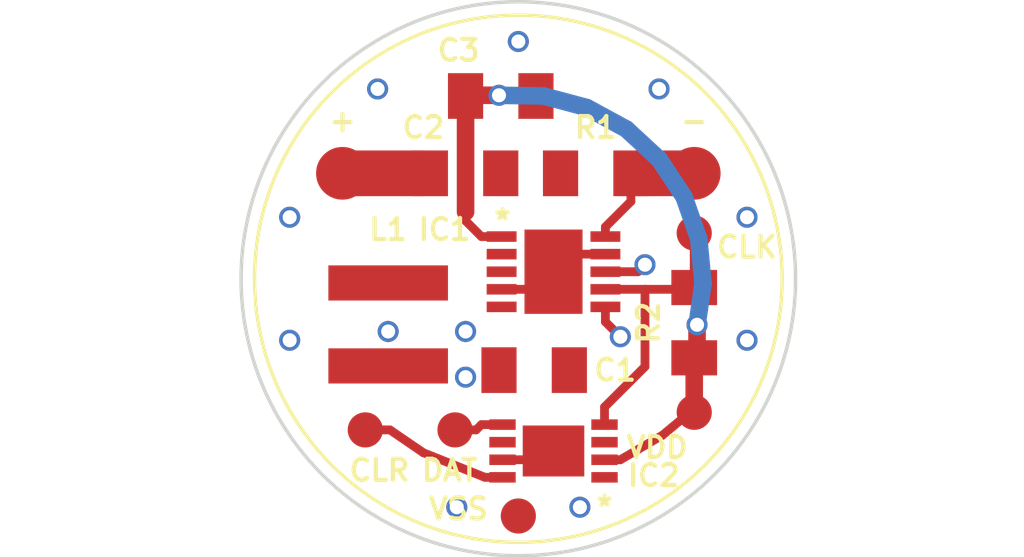
<source format=kicad_pcb>
(kicad_pcb (version 4) (host pcbnew 4.0.5)

  (general
    (links 40)
    (no_connects 25)
    (area 135.185715 92.068999 164.464286 107.931001)
    (thickness 1.6)
    (drawings 4)
    (tracks 50)
    (zones 0)
    (modules 29)
    (nets 10)
  )

  (page A4)
  (layers
    (0 F.Cu signal)
    (31 B.Cu signal hide)
    (32 B.Adhes user)
    (33 F.Adhes user)
    (34 B.Paste user)
    (35 F.Paste user)
    (36 B.SilkS user)
    (37 F.SilkS user)
    (38 B.Mask user hide)
    (39 F.Mask user)
    (40 Dwgs.User user)
    (41 Cmts.User user)
    (42 Eco1.User user)
    (43 Eco2.User user)
    (44 Edge.Cuts user)
    (45 Margin user)
    (46 B.CrtYd user)
    (47 F.CrtYd user)
    (48 B.Fab user)
    (49 F.Fab user)
  )

  (setup
    (last_trace_width 0.25)
    (user_trace_width 0.5)
    (user_trace_width 1.3)
    (trace_clearance 0.2)
    (zone_clearance 0.1)
    (zone_45_only no)
    (trace_min 0.2)
    (segment_width 0.1)
    (edge_width 0.1)
    (via_size 0.6)
    (via_drill 0.4)
    (via_min_size 0.4)
    (via_min_drill 0.3)
    (uvia_size 0.3)
    (uvia_drill 0.1)
    (uvias_allowed no)
    (uvia_min_size 0.2)
    (uvia_min_drill 0.1)
    (pcb_text_width 0.3)
    (pcb_text_size 1.5 1.5)
    (mod_edge_width 0.1)
    (mod_text_size 1 1)
    (mod_text_width 0.1)
    (pad_size 0.8 0.8)
    (pad_drill 0.8)
    (pad_to_mask_clearance 0.2)
    (aux_axis_origin 0 0)
    (visible_elements 7FFFFFFF)
    (pcbplotparams
      (layerselection 0x01030_80000001)
      (usegerberextensions false)
      (excludeedgelayer true)
      (linewidth 0.100000)
      (plotframeref false)
      (viasonmask false)
      (mode 1)
      (useauxorigin false)
      (hpglpennumber 1)
      (hpglpenspeed 20)
      (hpglpendiameter 15)
      (hpglpenoverlay 2)
      (psnegative false)
      (psa4output false)
      (plotreference true)
      (plotvalue true)
      (plotinvisibletext false)
      (padsonsilk false)
      (subtractmaskfromsilk false)
      (outputformat 1)
      (mirror false)
      (drillshape 0)
      (scaleselection 1)
      (outputdirectory output/))
  )

  (net 0 "")
  (net 1 SUPPLY)
  (net 2 GND)
  (net 3 N$3)
  (net 4 N$1)
  (net 5 N$2)
  (net 6 N$4)
  (net 7 N$5)
  (net 8 N$6)
  (net 9 N$7)

  (net_class Default "This is the default net class."
    (clearance 0.2)
    (trace_width 0.25)
    (via_dia 0.6)
    (via_drill 0.4)
    (uvia_dia 0.3)
    (uvia_drill 0.1)
    (add_net GND)
    (add_net N$1)
    (add_net N$2)
    (add_net N$3)
    (add_net N$4)
    (add_net N$5)
    (add_net N$6)
    (add_net N$7)
    (add_net SUPPLY)
  )

  (module modules:VIA-0.6mm (layer F.Cu) (tedit 58BB3F81) (tstamp 58BB3FDA)
    (at 148.5 101.5)
    (fp_text reference VIA1 (at 0 0) (layer F.SilkS)
      (effects (font (size 0.1 0.1) (thickness 0.01)))
    )
    (fp_text value VIA (at 0 -0.2) (layer F.Fab)
      (effects (font (size 0.1 0.1) (thickness 0.01)))
    )
    (pad 1 thru_hole circle (at 0 0) (size 0.6 0.6) (drill 0.4) (layers *.Cu)
      (net 1 SUPPLY) (zone_connect 2))
  )

  (module modules:VIA-0.6mm (layer F.Cu) (tedit 58BB3F81) (tstamp 58BB3FCC)
    (at 148.5 102.8)
    (fp_text reference VIA2 (at 0 0) (layer F.SilkS)
      (effects (font (size 0.1 0.1) (thickness 0.01)))
    )
    (fp_text value VIA (at 0 -0.2) (layer F.Fab)
      (effects (font (size 0.1 0.1) (thickness 0.01)))
    )
    (pad 1 thru_hole circle (at 0 0) (size 0.6 0.6) (drill 0.4) (layers *.Cu)
      (net 1 SUPPLY) (zone_connect 2))
  )

  (module modules:VIA-0.6mm (layer F.Cu) (tedit 58BBE9A5) (tstamp 58BB3F71)
    (at 146.3 101.5)
    (fp_text reference VIA3 (at 0 0) (layer F.SilkS) hide
      (effects (font (size 0.127 0.127) (thickness 0.01)))
    )
    (fp_text value VIA (at 0 -0.2) (layer F.Fab)
      (effects (font (size 0.1 0.1) (thickness 0.01)))
    )
    (pad 1 thru_hole circle (at 0 0) (size 0.6 0.6) (drill 0.4) (layers *.Cu)
      (net 1 SUPPLY) (zone_connect 2))
  )

  (module modules:0805 (layer F.Cu) (tedit 58BB5108) (tstamp 58B9D0C3)
    (at 150.45 102.6)
    (fp_text reference C1 (at 2.3 0) (layer F.SilkS)
      (effects (font (size 0.6 0.6) (thickness 0.12)))
    )
    (fp_text value 10u (at -0.8 0) (layer F.Fab)
      (effects (font (size 0.6 0.6) (thickness 0.12)))
    )
    (pad 1 smd rect (at -1 0) (size 1 1.3) (layers F.Cu F.Paste F.Mask)
      (net 1 SUPPLY))
    (pad 2 smd rect (at 1 0) (size 1 1.3) (layers F.Cu F.Paste F.Mask)
      (net 2 GND))
  )

  (module modules:0805 (layer F.Cu) (tedit 58BB50F4) (tstamp 58B9D125)
    (at 155 101.25 270)
    (fp_text reference R2 (at 0 1.3 270) (layer F.SilkS)
      (effects (font (size 0.6 0.6) (thickness 0.12)))
    )
    (fp_text value 10k (at -1.2 0 270) (layer F.Fab)
      (effects (font (size 0.6 0.6) (thickness 0.12)))
    )
    (pad 1 smd rect (at -1 0 270) (size 1 1.3) (layers F.Cu F.Paste F.Mask)
      (net 6 N$4))
    (pad 2 smd rect (at 1 0 270) (size 1 1.3) (layers F.Cu F.Paste F.Mask)
      (net 3 N$3))
  )

  (module modules:VIA-0.6mm (layer F.Cu) (tedit 58BB0CF2) (tstamp 58BB0D7C)
    (at 148.25 106.5)
    (fp_text reference VIA4 (at 0 0) (layer F.SilkS)
      (effects (font (size 0.1 0.1) (thickness 0.01)))
    )
    (fp_text value VIA (at 0 -0.2) (layer F.Fab)
      (effects (font (size 0.1 0.1) (thickness 0.01)))
    )
    (pad 1 thru_hole circle (at 0 0) (size 0.6 0.6) (drill 0.4) (layers *.Cu)
      (net 2 GND) (zone_connect 2))
  )

  (module modules:VIA-0.6mm (layer F.Cu) (tedit 58BB0CF2) (tstamp 58BB0D64)
    (at 151.75 106.5)
    (fp_text reference VIA5 (at 0 0) (layer F.SilkS)
      (effects (font (size 0.1 0.1) (thickness 0.01)))
    )
    (fp_text value VIA (at 0 -0.2) (layer F.Fab)
      (effects (font (size 0.1 0.1) (thickness 0.01)))
    )
    (pad 1 thru_hole circle (at 0 0) (size 0.6 0.6) (drill 0.4) (layers *.Cu)
      (net 2 GND) (zone_connect 2))
  )

  (module modules:VIA-0.6mm (layer F.Cu) (tedit 58BB0CF2) (tstamp 58BB0D2C)
    (at 156.5 101.75)
    (fp_text reference VIA6 (at 0 0) (layer F.SilkS)
      (effects (font (size 0.1 0.1) (thickness 0.01)))
    )
    (fp_text value VIA (at 0 -0.2) (layer F.Fab)
      (effects (font (size 0.1 0.1) (thickness 0.01)))
    )
    (pad 1 thru_hole circle (at 0 0) (size 0.6 0.6) (drill 0.4) (layers *.Cu)
      (net 2 GND) (zone_connect 2))
  )

  (module modules:VIA-0.6mm (layer F.Cu) (tedit 58BB0CD5) (tstamp 58BB0D0E)
    (at 143.5 101.75)
    (fp_text reference VIA7 (at 0 0) (layer F.SilkS)
      (effects (font (size 0.1 0.1) (thickness 0.01)))
    )
    (fp_text value VIA (at 0 -0.2) (layer F.Fab)
      (effects (font (size 0.1 0.1) (thickness 0.01)))
    )
    (pad 1 thru_hole circle (at 0 0) (size 0.6 0.6) (drill 0.4) (layers *.Cu)
      (net 2 GND) (zone_connect 2))
  )

  (module modules:VIA-0.6mm (layer F.Cu) (tedit 58BB0CF2) (tstamp 58BB0C1A)
    (at 156.5 98.25)
    (fp_text reference VIA8 (at 0 0) (layer F.SilkS)
      (effects (font (size 0.1 0.1) (thickness 0.01)))
    )
    (fp_text value VIA (at 0 -0.2) (layer F.Fab)
      (effects (font (size 0.1 0.1) (thickness 0.01)))
    )
    (pad 1 thru_hole circle (at 0 0) (size 0.6 0.6) (drill 0.4) (layers *.Cu)
      (net 2 GND) (zone_connect 2))
  )

  (module modules:VIA-0.6mm (layer F.Cu) (tedit 58BB0CD5) (tstamp 58BB0BF3)
    (at 143.5 98.25)
    (fp_text reference VIA9 (at 0 0) (layer F.SilkS)
      (effects (font (size 0.1 0.1) (thickness 0.01)))
    )
    (fp_text value VIA (at 0 -0.2) (layer F.Fab)
      (effects (font (size 0.1 0.1) (thickness 0.01)))
    )
    (pad 1 thru_hole circle (at 0 0) (size 0.6 0.6) (drill 0.4) (layers *.Cu)
      (net 2 GND) (zone_connect 2))
  )

  (module modules:VIA-0.6mm (layer F.Cu) (tedit 58BBFAA7) (tstamp 58BB0BE3)
    (at 146 94.6)
    (fp_text reference VIA10 (at 0 0) (layer F.SilkS)
      (effects (font (size 0.1 0.1) (thickness 0.01)))
    )
    (fp_text value VIA (at 0 -0.2) (layer F.Fab)
      (effects (font (size 0.127 0.127) (thickness 0.01)))
    )
    (pad 1 thru_hole circle (at 0 0) (size 0.6 0.6) (drill 0.4) (layers *.Cu)
      (net 2 GND) (zone_connect 2))
  )

  (module modules:VIA-0.6mm (layer F.Cu) (tedit 58BB0CE8) (tstamp 58BB0BB2)
    (at 154 94.6)
    (fp_text reference VIA11 (at 0 0) (layer F.SilkS)
      (effects (font (size 0.1 0.1) (thickness 0.01)))
    )
    (fp_text value VIA (at 0 -0.2) (layer F.Fab)
      (effects (font (size 0.1 0.1) (thickness 0.01)))
    )
    (pad 1 thru_hole circle (at 0 0) (size 0.6 0.6) (drill 0.4) (layers *.Cu)
      (net 2 GND) (zone_connect 2))
  )

  (module modules:VIA-0.6mm (layer F.Cu) (tedit 58BBE9E4) (tstamp 58BB0B53)
    (at 150 93.25)
    (fp_text reference VIA12 (at 0 0) (layer F.SilkS) hide
      (effects (font (size 0.127 0.127) (thickness 0.01)))
    )
    (fp_text value VIA (at 0 -0.2) (layer F.Fab)
      (effects (font (size 0.1 0.1) (thickness 0.01)))
    )
    (pad 1 thru_hole circle (at 0 0) (size 0.6 0.6) (drill 0.4) (layers *.Cu)
      (net 2 GND) (zone_connect 2))
  )

  (module modules:DRILL-0.8mm (layer F.Cu) (tedit 58BBDB23) (tstamp 58BAE2F4)
    (at 145 98.7)
    (fp_text reference "" (at -1.35 -0.65) (layer F.SilkS)
      (effects (font (size 0.6 0.6) (thickness 0.12)))
    )
    (fp_text value DRILL-0.8mm (at -6.5 0) (layer F.Fab)
      (effects (font (size 0.6 0.6) (thickness 0.12)))
    )
    (pad "" np_thru_hole circle (at -0.05 0) (size 0.8 0.8) (drill 0.8) (layers *.Cu))
  )

  (module modules:PAD-1.0mm (layer F.Cu) (tedit 58BBF9B5) (tstamp 58BA9D57)
    (at 150 106.75)
    (fp_text reference VSS (at -1.7 -0.2) (layer F.SilkS)
      (effects (font (size 0.6 0.6) (thickness 0.12)))
    )
    (fp_text value VSS (at 0 0) (layer F.Fab)
      (effects (font (size 0.6 0.6) (thickness 0.12)))
    )
    (pad 1 smd circle (at 0 0) (size 1 1) (layers F.Cu F.Mask)
      (net 2 GND))
  )

  (module modules:DRILL-0.8mm (layer F.Cu) (tedit 58BBDB32) (tstamp 58BA0251)
    (at 153.65 103.75)
    (fp_text reference "" (at -1.35 -0.65) (layer F.SilkS)
      (effects (font (size 0.6 0.6) (thickness 0.12)))
    )
    (fp_text value DRILL-0.8mm (at 7.5 0) (layer F.Fab)
      (effects (font (size 0.6 0.6) (thickness 0.12)))
    )
    (pad "" np_thru_hole circle (at 0 0) (size 0.8 0.8) (drill 0.8) (layers *.Cu))
  )

  (module modules:PAD-1.0mm (layer F.Cu) (tedit 58BA9D1D) (tstamp 58B9EBA7)
    (at 155 103.8)
    (fp_text reference VDD (at -1.05 1) (layer F.SilkS)
      (effects (font (size 0.6 0.6) (thickness 0.12)))
    )
    (fp_text value VDD (at 0 0) (layer F.Fab)
      (effects (font (size 0.6 0.6) (thickness 0.12)))
    )
    (pad 1 smd circle (at 0 0) (size 1 1) (layers F.Cu F.Mask)
      (net 3 N$3))
  )

  (module modules:PAD-1.5mm (layer F.Cu) (tedit 58BA98B1) (tstamp 58B9D5A9)
    (at 155 97)
    (fp_text reference - (at 0 -1.5) (layer F.SilkS)
      (effects (font (size 0.6 0.6) (thickness 0.12)))
    )
    (fp_text value LED- (at 0.3 0) (layer F.Fab)
      (effects (font (size 0.6 0.6) (thickness 0.12)))
    )
    (pad 1 smd circle (at 0 0) (size 1.5 1.5) (layers F.Cu F.Mask)
      (net 7 N$5))
  )

  (module modules:DRC (layer F.Cu) (tedit 58BA998F) (tstamp 58B9D0F2)
    (at 151 99.8 270)
    (fp_text reference IC1 (at -1.2 3.1 360) (layer F.SilkS)
      (effects (font (size 0.6 0.6) (thickness 0.12)))
    )
    (fp_text value TPS61200 (at 0 0 270) (layer F.Fab)
      (effects (font (size 0.6 0.6) (thickness 0.12)))
    )
    (pad 1 smd rect (at -1 1.475 270) (size 0.3 0.85) (layers F.Cu F.Paste F.Mask)
      (net 3 N$3))
    (pad 2 smd rect (at -0.5 1.475 270) (size 0.3 0.85) (layers F.Cu F.Paste F.Mask)
      (net 5 N$2))
    (pad 3 smd rect (at 0 1.475 270) (size 0.3 0.85) (layers F.Cu F.Paste F.Mask)
      (net 4 N$1))
    (pad 4 smd rect (at 0.5 1.475 270) (size 0.3 0.85) (layers F.Cu F.Paste F.Mask)
      (net 2 GND))
    (pad 5 smd rect (at 1 1.475 270) (size 0.3 0.85) (layers F.Cu F.Paste F.Mask)
      (net 1 SUPPLY))
    (pad 6 smd rect (at 1 -1.475 270) (size 0.3 0.85) (layers F.Cu F.Paste F.Mask)
      (net 1 SUPPLY))
    (pad 7 smd rect (at 0.5 -1.475 270) (size 0.3 0.85) (layers F.Cu F.Paste F.Mask)
      (net 6 N$4))
    (pad 8 smd rect (at 0 -1.475 270) (size 0.3 0.85) (layers F.Cu F.Paste F.Mask)
      (net 1 SUPPLY))
    (pad 9 smd rect (at -0.5 -1.475 270) (size 0.3 0.85) (layers F.Cu F.Paste F.Mask)
      (net 2 GND))
    (pad 10 smd rect (at -1 -1.475 270) (size 0.3 0.85) (layers F.Cu F.Paste F.Mask)
      (net 7 N$5))
    (pad 11 smd rect (at 0 0 270) (size 2.4 1.65) (layers F.Cu F.Paste F.Mask)
      (net 2 GND))
  )

  (module modules:MC (layer F.Cu) (tedit 58BAFC91) (tstamp 58B9D0FF)
    (at 151 104.9 90)
    (fp_text reference IC2 (at -0.7 2.85 180) (layer F.SilkS)
      (effects (font (size 0.6 0.6) (thickness 0.12)))
    )
    (fp_text value PIC10F320 (at 0 0 90) (layer F.Fab)
      (effects (font (size 0.6 0.6) (thickness 0.12)))
    )
    (pad 1 smd rect (at -0.75 1.45 90) (size 0.3 0.75) (layers F.Cu F.Paste F.Mask)
      (net 2 GND))
    (pad 2 smd rect (at -0.25 1.45 90) (size 0.3 0.75) (layers F.Cu F.Paste F.Mask)
      (net 3 N$3))
    (pad 3 smd rect (at 0.25 1.45 90) (size 0.3 0.75) (layers F.Cu F.Paste F.Mask))
    (pad 4 smd rect (at 0.75 1.45 90) (size 0.3 0.75) (layers F.Cu F.Paste F.Mask)
      (net 6 N$4))
    (pad 5 smd rect (at 0.75 -1.45 90) (size 0.3 0.75) (layers F.Cu F.Paste F.Mask)
      (net 8 N$6))
    (pad 6 smd rect (at 0.25 -1.45 90) (size 0.3 0.75) (layers F.Cu F.Paste F.Mask))
    (pad 7 smd rect (at -0.25 -1.45 90) (size 0.3 0.75) (layers F.Cu F.Paste F.Mask)
      (net 2 GND))
    (pad 8 smd rect (at -0.75 -1.45 90) (size 0.3 0.75) (layers F.Cu F.Paste F.Mask)
      (net 9 N$7))
    (pad 9 smd rect (at 0 0 90) (size 1.45 1.75) (layers F.Cu F.Paste F.Mask)
      (net 2 GND))
  )

  (module modules:PAD-1.5mm (layer F.Cu) (tedit 58BABD28) (tstamp 58B9D5A2)
    (at 145 97)
    (fp_text reference + (at 0 -1.5) (layer F.SilkS)
      (effects (font (size 0.6 0.6) (thickness 0.12)))
    )
    (fp_text value +LED (at -0.3 0) (layer F.Fab)
      (effects (font (size 0.6 0.6) (thickness 0.12)))
    )
    (pad 1 smd circle (at 0 0) (size 1.5 1.5) (layers F.Cu F.Mask)
      (net 5 N$2))
  )

  (module modules:PAD-1.0mm (layer F.Cu) (tedit 58BAF8D7) (tstamp 58B9E0BE)
    (at 155 98.7)
    (fp_text reference CLK (at 1.5 0.4 180) (layer F.SilkS)
      (effects (font (size 0.6 0.6) (thickness 0.12)))
    )
    (fp_text value PCLK (at 0 0) (layer F.Fab)
      (effects (font (size 0.6 0.6) (thickness 0.12)))
    )
    (pad 1 smd circle (at 0 0) (size 1 1) (layers F.Cu F.Mask)
      (net 6 N$4))
  )

  (module modules:PAD-1.0mm (layer F.Cu) (tedit 58BA9872) (tstamp 58B9E0D8)
    (at 148.2 104.3)
    (fp_text reference DAT (at -0.15 1.15) (layer F.SilkS)
      (effects (font (size 0.6 0.6) (thickness 0.12)))
    )
    (fp_text value PDAT (at 0.05 0) (layer F.Fab)
      (effects (font (size 0.6 0.6) (thickness 0.12)))
    )
    (pad 1 smd circle (at 0 0) (size 1 1) (layers F.Cu F.Mask)
      (net 8 N$6))
  )

  (module modules:PAD-1.0mm (layer F.Cu) (tedit 58BA987D) (tstamp 58B9E0E6)
    (at 145.65 104.3)
    (fp_text reference CLR (at 0.4 1.15) (layer F.SilkS)
      (effects (font (size 0.6 0.6) (thickness 0.12)))
    )
    (fp_text value MCLR (at 0 0) (layer F.Fab)
      (effects (font (size 0.6 0.6) (thickness 0.12)))
    )
    (pad 1 smd circle (at 0 0) (size 1 1) (layers F.Cu F.Mask)
      (net 9 N$7))
  )

  (module modules:0805 (layer F.Cu) (tedit 58BB512E) (tstamp 58B9D115)
    (at 152.2 97 180)
    (fp_text reference R1 (at 0 1.3 180) (layer F.SilkS)
      (effects (font (size 0.6 0.6) (thickness 0.12)))
    )
    (fp_text value 2 (at 1 0 180) (layer F.Fab)
      (effects (font (size 0.6 0.6) (thickness 0.12)))
    )
    (pad 1 smd rect (at -1 0 180) (size 1 1.3) (layers F.Cu F.Paste F.Mask)
      (net 7 N$5))
    (pad 2 smd rect (at 1 0 180) (size 1 1.3) (layers F.Cu F.Paste F.Mask)
      (net 2 GND))
  )

  (module modules:0805 (layer F.Cu) (tedit 58BB511F) (tstamp 58B9D0D3)
    (at 148.5 97)
    (fp_text reference C2 (at -1.2 -1.3) (layer F.SilkS)
      (effects (font (size 0.6 0.6) (thickness 0.12)))
    )
    (fp_text value 22u (at -0.8 0) (layer F.Fab)
      (effects (font (size 0.6 0.6) (thickness 0.12)))
    )
    (pad 1 smd rect (at -1 0) (size 1 1.3) (layers F.Cu F.Paste F.Mask)
      (net 5 N$2))
    (pad 2 smd rect (at 1 0) (size 1 1.3) (layers F.Cu F.Paste F.Mask)
      (net 2 GND))
  )

  (module modules:0805 (layer F.Cu) (tedit 58BB3AD6) (tstamp 58B9D0E3)
    (at 149.5 94.8)
    (fp_text reference C3 (at -1.2 -1.3) (layer F.SilkS)
      (effects (font (size 0.6 0.6) (thickness 0.12)))
    )
    (fp_text value 1u (at -1 0) (layer F.Fab)
      (effects (font (size 0.6 0.6) (thickness 0.12)))
    )
    (pad 1 smd rect (at -1 0) (size 1 1.3) (layers F.Cu F.Paste F.Mask)
      (net 3 N$3))
    (pad 2 smd rect (at 1 0) (size 1 1.3) (layers F.Cu F.Paste F.Mask)
      (net 2 GND))
  )

  (module modules:XFL4020 (layer F.Cu) (tedit 0) (tstamp 58BBFB06)
    (at 146.3 101.3 90)
    (fp_text reference L1 (at 2.7 0 180) (layer F.SilkS)
      (effects (font (size 0.6 0.6) (thickness 0.12)))
    )
    (fp_text value 2.2u (at 0 1.1 180) (layer F.Fab)
      (effects (font (size 0.6 0.6) (thickness 0.12)))
    )
    (pad 2 smd rect (at 1.18 0 90) (size 1 3.4) (layers F.Cu F.Paste F.Mask)
      (net 4 N$1))
    (pad 1 smd rect (at -1.18 0 90) (size 1 3.4) (layers F.Cu F.Paste F.Mask)
      (net 1 SUPPLY))
  )

  (gr_text * (at 149.55 98.35) (layer F.SilkS)
    (effects (font (size 0.6 0.6) (thickness 0.12)))
  )
  (gr_text * (at 152.45 106.5) (layer F.SilkS)
    (effects (font (size 0.6 0.6) (thickness 0.12)))
  )
  (gr_circle (center 150 100) (end 157.881 100) (layer Edge.Cuts) (width 0.1))
  (gr_circle (center 150 100) (end 157.5 100) (layer F.SilkS) (width 0.1))

  (segment (start 152.475 100.8) (end 152.475 101.225) (width 0.25) (layer F.Cu) (net 1))
  (via (at 152.9 101.65) (size 0.6) (drill 0.4) (layers F.Cu B.Cu) (net 1))
  (segment (start 152.475 101.225) (end 152.9 101.65) (width 0.25) (layer F.Cu) (net 1) (tstamp 58B9FC93))
  (segment (start 152.475 99.8) (end 153.4 99.8) (width 0.25) (layer F.Cu) (net 1))
  (via (at 153.6 99.6) (size 0.6) (drill 0.4) (layers F.Cu B.Cu) (net 1))
  (segment (start 153.4 99.8) (end 153.6 99.6) (width 0.25) (layer F.Cu) (net 1) (tstamp 58B9EE98))
  (segment (start 149.55 105.15) (end 150.75 105.15) (width 0.25) (layer F.Cu) (net 2))
  (segment (start 150.75 105.15) (end 151 104.9) (width 0.25) (layer F.Cu) (net 2) (tstamp 58B9FA1E))
  (segment (start 152.475 99.3) (end 151.5 99.3) (width 0.25) (layer F.Cu) (net 2))
  (segment (start 151.5 99.3) (end 151 99.8) (width 0.25) (layer F.Cu) (net 2) (tstamp 58B9F00E))
  (segment (start 149.525 100.3) (end 150.5 100.3) (width 0.25) (layer F.Cu) (net 2))
  (segment (start 150.5 100.3) (end 151 99.8) (width 0.25) (layer F.Cu) (net 2) (tstamp 58B9F009))
  (segment (start 148.5 98.35) (end 148.5 98.1) (width 0.25) (layer F.Cu) (net 3) (tstamp 58B9F47A))
  (segment (start 148.5 98.1) (end 148.5 94.8) (width 0.5) (layer F.Cu) (net 3) (tstamp 58BAB455))
  (segment (start 148.95 98.8) (end 148.5 98.35) (width 0.25) (layer F.Cu) (net 3) (tstamp 58B9F457))
  (segment (start 149.525 98.8) (end 148.95 98.8) (width 0.25) (layer F.Cu) (net 3))
  (segment (start 155.08 101.31) (end 155.08 102.17) (width 0.5) (layer F.Cu) (net 3))
  (segment (start 149.45 94.78) (end 148.52 94.78) (width 0.5) (layer F.Cu) (net 3))
  (segment (start 155.25 100.14) (end 155.08 101.31) (width 0.5) (layer B.Cu) (net 3))
  (via (at 155.08 101.31) (size 0.6) (drill 0.4) (layers F.Cu B.Cu) (net 3))
  (via (at 149.45 94.78) (size 0.6) (drill 0.4) (layers F.Cu B.Cu) (net 3))
  (segment (start 149.45 94.78) (end 150.72 94.8) (width 0.5) (layer B.Cu) (net 3))
  (segment (start 150.72 94.8) (end 151.95 95.13) (width 0.5) (layer B.Cu) (net 3))
  (segment (start 151.95 95.13) (end 153.07 95.74) (width 0.5) (layer B.Cu) (net 3))
  (segment (start 153.07 95.74) (end 154.01 96.61) (width 0.5) (layer B.Cu) (net 3))
  (segment (start 154.01 96.61) (end 154.71 97.67) (width 0.5) (layer B.Cu) (net 3))
  (segment (start 154.71 97.67) (end 155.13 98.87) (width 0.5) (layer B.Cu) (net 3))
  (segment (start 155.13 98.87) (end 155.25 100.14) (width 0.5) (layer B.Cu) (net 3))
  (segment (start 155 103.7) (end 155 102.2) (width 0.5) (layer F.Cu) (net 3) (status 10))
  (segment (start 152.45 105.15) (end 152.9 105.15) (width 0.25) (layer F.Cu) (net 3))
  (segment (start 152.9 105.15) (end 154.1 104.45) (width 0.25) (layer F.Cu) (net 3) (tstamp 58BA10F8))
  (segment (start 154.1 104.45) (end 155 103.7) (width 0.25) (layer F.Cu) (net 3) (tstamp 58BA072B) (status 20))
  (segment (start 147.25 97) (end 145 97) (width 1.3) (layer F.Cu) (net 5))
  (segment (start 155 98.7) (end 155 100.3) (width 0.25) (layer F.Cu) (net 6) (status 10))
  (segment (start 153.6 102.5) (end 153.6 100.3) (width 0.25) (layer F.Cu) (net 6) (tstamp 58BA02C1))
  (segment (start 152.45 103.65) (end 153.6 102.5) (width 0.25) (layer F.Cu) (net 6) (tstamp 58BA02AC))
  (segment (start 152.45 104.15) (end 152.45 103.65) (width 0.25) (layer F.Cu) (net 6))
  (segment (start 152.475 100.3) (end 153.6 100.3) (width 0.25) (layer F.Cu) (net 6))
  (segment (start 153.6 100.3) (end 155 100.3) (width 0.25) (layer F.Cu) (net 6) (tstamp 58B9EFD7))
  (segment (start 152.475 98.8) (end 152.475 98.525) (width 0.25) (layer F.Cu) (net 7))
  (segment (start 153.2 97.8) (end 153.2 97) (width 0.25) (layer F.Cu) (net 7) (tstamp 58BB471E))
  (segment (start 152.475 98.525) (end 153.2 97.8) (width 0.25) (layer F.Cu) (net 7) (tstamp 58BB4716))
  (segment (start 153.4 97) (end 155 97) (width 1.3) (layer F.Cu) (net 7))
  (segment (start 148.2 104.3) (end 148.8 104.3) (width 0.25) (layer F.Cu) (net 8))
  (segment (start 148.8 104.3) (end 148.95 104.15) (width 0.25) (layer F.Cu) (net 8) (tstamp 58BA090B))
  (segment (start 148.95 104.15) (end 149.55 104.15) (width 0.25) (layer F.Cu) (net 8) (tstamp 58BA0919))
  (segment (start 149.55 105.65) (end 149.05 105.65) (width 0.25) (layer F.Cu) (net 9))
  (segment (start 147.3 104.95) (end 146.35 104.3) (width 0.25) (layer F.Cu) (net 9) (tstamp 58BA11B6))
  (segment (start 146.35 104.3) (end 145.65 104.3) (width 0.25) (layer F.Cu) (net 9) (tstamp 58BA11D9) (status 20))
  (segment (start 149.05 105.65) (end 147.3 104.95) (width 0.25) (layer F.Cu) (net 9) (tstamp 58BA11B4))

  (zone (net 1) (net_name SUPPLY) (layer B.Cu) (tstamp 58B6BC33) (hatch edge 0.508)
    (connect_pads yes (clearance 0.1))
    (min_thickness 0.12)
    (fill (arc_segments 16) (thermal_gap 0.2) (thermal_bridge_width 0.2))
    (polygon
      (pts
        (xy 154.5 100) (xy 154.42 100.85) (xy 154.18 101.67) (xy 153.79 102.43) (xy 153.26 103.11)
        (xy 152.61 103.67) (xy 151.87 104.09) (xy 151.06 104.37) (xy 150.21 104.49) (xy 149.36 104.45)
        (xy 148.53 104.25) (xy 147.75 103.9) (xy 147.05 103.4) (xy 146.46 102.78) (xy 146 102.06)
        (xy 145.68 101.27) (xy 145.52 100.43) (xy 145.52 99.57) (xy 145.68 98.73) (xy 146 97.94)
        (xy 146.46 97.22) (xy 147.05 96.6) (xy 147.75 96.1) (xy 148.53 95.75) (xy 149.36 95.55)
        (xy 150.21 95.51) (xy 151.06 95.63) (xy 151.87 95.91) (xy 152.61 96.33) (xy 153.26 96.89)
        (xy 153.79 97.57) (xy 154.18 98.33) (xy 154.42 99.15)
      )
    )
  )
  (zone (net 2) (net_name GND) (layer B.Cu) (tstamp 58B6D337) (hatch edge 0.508)
    (connect_pads yes (clearance 0.1))
    (min_thickness 0.12)
    (fill (arc_segments 16) (thermal_gap 0.2) (thermal_bridge_width 0.2))
    (polygon
      (pts
        (xy 156.96 102.79) (xy 156.31 104.05) (xy 155.43 105.18) (xy 154.35 106.11) (xy 153.12 106.82)
        (xy 151.77 107.29) (xy 150.36 107.49) (xy 148.93 107.42) (xy 147.55 107.09) (xy 146.25 106.5)
        (xy 145.09 105.67) (xy 144.1 104.64) (xy 143.33 103.44) (xy 142.8 102.11) (xy 142.53 100.71)
        (xy 142.53 99.29) (xy 142.8 97.89) (xy 143.33 96.56) (xy 144.1 95.36) (xy 145.09 94.33)
        (xy 146.25 93.5) (xy 147.55 92.91) (xy 148.93 92.58) (xy 150.36 92.51) (xy 151.77 92.71)
        (xy 153.12 93.18) (xy 154.35 93.89) (xy 155.43 94.82) (xy 156.31 95.95) (xy 156.96 97.21)
        (xy 157.36 98.58) (xy 157.5 100) (xy 157.36 101.42)
      )
    )
    (polygon
      (pts        (xy 155.57 97.77) (xy 155.05 96.76) (xy 154.34 95.86) (xy 153.48 95.11) (xy 152.49 94.54)
        (xy 151.41 94.17) (xy 150.29 94.01) (xy 149.15 94.06) (xy 148.04 94.33) (xy 147 94.8)
        (xy 146.07 95.47) (xy 145.28 96.29) (xy 144.67 97.25) (xy 144.24 98.31) (xy 144.03 99.43)
        (xy 144.03 100.57) (xy 144.24 101.69) (xy 144.67 102.75) (xy 145.28 103.71) (xy 146.07 104.53)
        (xy 147 105.2) (xy 148.04 105.67) (xy 149.15 105.94) (xy 150.29 105.99) (xy 151.41 105.83)
        (xy 152.49 105.46) (xy 153.48 104.89) (xy 154.34 104.14) (xy 155.05 103.24) (xy 155.57 102.23)
        (xy 155.89 101.14) (xy 156 100) (xy 155.89 98.86)
      )
    )
  )
  (zone (net 0) (net_name "") (layer B.Mask) (tstamp 58B74A44) (hatch edge 0.508)
    (connect_pads yes (clearance 0.1))
    (min_thickness 0.12)
    (fill (arc_segments 16) (thermal_gap 0.2) (thermal_bridge_width 0.2))
    (polygon
      (pts
        (xy 156.96 102.79) (xy 156.31 104.05) (xy 155.43 105.18) (xy 154.35 106.11) (xy 153.12 106.82)
        (xy 151.77 107.29) (xy 150.36 107.49) (xy 148.93 107.42) (xy 147.55 107.09) (xy 146.25 106.5)
        (xy 145.09 105.67) (xy 144.1 104.64) (xy 143.33 103.44) (xy 142.8 102.11) (xy 142.53 100.71)
        (xy 142.53 99.29) (xy 142.8 97.89) (xy 143.33 96.56) (xy 144.1 95.36) (xy 145.09 94.33)
        (xy 146.25 93.5) (xy 147.55 92.91) (xy 148.93 92.58) (xy 150.36 92.51) (xy 151.77 92.71)
        (xy 153.12 93.18) (xy 154.35 93.89) (xy 155.43 94.82) (xy 156.31 95.95) (xy 156.96 97.21)
        (xy 157.36 98.58) (xy 157.5 100) (xy 157.36 101.42)
      )
    )
    (polygon
      (pts        (xy 155.57 97.77) (xy 155.05 96.76) (xy 154.34 95.86) (xy 153.48 95.11) (xy 152.49 94.54)
        (xy 151.41 94.17) (xy 150.29 94.01) (xy 149.15 94.06) (xy 148.04 94.33) (xy 147 94.8)
        (xy 146.07 95.47) (xy 145.28 96.29) (xy 144.67 97.25) (xy 144.24 98.31) (xy 144.03 99.43)
        (xy 144.03 100.57) (xy 144.24 101.69) (xy 144.67 102.75) (xy 145.28 103.71) (xy 146.07 104.53)
        (xy 147 105.2) (xy 148.04 105.67) (xy 149.15 105.94) (xy 150.29 105.99) (xy 151.41 105.83)
        (xy 152.49 105.46) (xy 153.48 104.89) (xy 154.34 104.14) (xy 155.05 103.24) (xy 155.57 102.23)
        (xy 155.89 101.14) (xy 156 100) (xy 155.89 98.86)
      )
    )
  )
  (zone (net 0) (net_name "") (layer B.Mask) (tstamp 58B74A44) (hatch edge 0.508)
    (connect_pads yes (clearance 0.1))
    (min_thickness 0.12)
    (fill (arc_segments 16) (thermal_gap 0.2) (thermal_bridge_width 0.2))
    (polygon
      (pts
        (xy 153.5 100) (xy 153.44 100.66) (xy 153.25 101.3) (xy 152.94 101.89) (xy 152.53 102.42)
        (xy 152.03 102.85) (xy 151.45 103.18) (xy 150.83 103.4) (xy 150.17 103.5) (xy 149.5 103.46)
        (xy 148.86 103.31) (xy 148.25 103.03) (xy 147.71 102.65) (xy 147.25 102.16) (xy 146.89 101.6)
        (xy 146.64 100.99) (xy 146.52 100.33) (xy 146.52 99.67) (xy 146.64 99.01) (xy 146.89 98.4)
        (xy 147.25 97.84) (xy 147.71 97.35) (xy 148.25 96.97) (xy 148.86 96.69) (xy 149.5 96.54)
        (xy 150.17 96.5) (xy 150.83 96.6) (xy 151.45 96.82) (xy 152.03 97.15) (xy 152.53 97.58)
        (xy 152.94 98.11) (xy 153.25 98.7) (xy 153.44 99.34)
      )
    )
  )
  (zone (net 1) (net_name SUPPLY) (layer F.Cu) (tstamp 58B9E9C2) (hatch edge 0.508)
    (connect_pads yes (clearance 0.1))
    (min_thickness 0.12)
    (fill (arc_segments 16) (thermal_gap 0.2) (thermal_bridge_width 1))
    (polygon
      (pts
        (xy 149.95 103.25) (xy 145.3 103.25) (xy 144.6 102) (xy 144.6 101.1) (xy 148.35 101.1)
        (xy 148.8 100.65) (xy 149.95 100.65)
      )
    )
  )
  (zone (net 4) (net_name N$1) (layer F.Cu) (tstamp 58B9F3B1) (hatch edge 0.508)
    (connect_pads yes (clearance 0.1))
    (min_thickness 0.12)
    (fill (arc_segments 16) (thermal_gap 0.2) (thermal_bridge_width 1))
    (polygon
      (pts
        (xy 149.95 99.95) (xy 148.9 99.95) (xy 148.25 100.6) (xy 144.6 100.6) (xy 144.6 99.65)
        (xy 149.95 99.65)
      )
    )
  )
  (zone (net 5) (net_name N$2) (layer F.Cu) (tstamp 58B9F4B2) (hatch edge 0.508)
    (connect_pads yes (clearance 0.1))
    (min_thickness 0.12)
    (fill (arc_segments 16) (thermal_gap 0.2) (thermal_bridge_width 1))
    (polygon
      (pts
        (xy 148 98.35) (xy 148.8 99.15) (xy 149.95 99.15) (xy 149.95 99.45) (xy 148.25 99.45)
        (xy 148.2 99.4) (xy 147.3 99.4) (xy 145.55 97.65) (xy 145.55 96.35) (xy 148 96.35)
      )
    )
  )
  (zone (net 2) (net_name GND) (layer F.Cu) (tstamp 58B9FB38) (hatch edge 0.508)
    (connect_pads yes (clearance 0.1))
    (min_thickness 0.12)
    (fill (arc_segments 16) (thermal_gap 0.2) (thermal_bridge_width 1))
    (polygon
      (pts
        (xy 151.77 92.71) (xy 153.12 93.18) (xy 154.35 93.89) (xy 155.43 94.82) (xy 156.31 95.95)
        (xy 156.96 97.21) (xy 157.36 98.58) (xy 157.5 100) (xy 157.36 101.42) (xy 156.96 102.79)
        (xy 156.31 104.05) (xy 155.43 105.18) (xy 154.35 106.11) (xy 153.12 106.82) (xy 151.77 107.29)
        (xy 150.36 107.49) (xy 148.93 107.42) (xy 147.55 107.09) (xy 146.25 106.5) (xy 145.09 105.67)
        (xy 144.1 104.64) (xy 143.33 103.44) (xy 142.8 102.11) (xy 142.53 100.71) (xy 142.53 99.29)
        (xy 142.8 97.89) (xy 143.33 96.56) (xy 144.1 95.36) (xy 145.09 94.33) (xy 146.25 93.5)
        (xy 147.55 92.91) (xy 148.93 92.58) (xy 150.36 92.51)
      )
    )
    (polygon
      (pts        (xy 149.15 94.06) (xy 148.04 94.33) (xy 147 94.8) (xy 146.07 95.47) (xy 145.28 96.29)
        (xy 144.67 97.25) (xy 144.24 98.31) (xy 144.03 99.43) (xy 144.03 100.57) (xy 144.24 101.69)
        (xy 144.67 102.75) (xy 145.28 103.71) (xy 146.07 104.53) (xy 147 105.2) (xy 148.04 105.67)
        (xy 149.15 105.94) (xy 150.2 105.986053) (xy 150.2 98.35) (xy 149.35 98.35) (xy 149 98)
        (xy 149 96) (xy 149.3 95.7) (xy 150 95.7) (xy 150 94.021)
      )
    )
    (polygon
      (pts        (xy 152.45 98) (xy 152.1 98.35) (xy 151.8 98.35) (xy 151.8 101.4) (xy 152.35 101.95)
        (xy 152.35 103.25) (xy 151.8 103.8) (xy 151.8 105.7) (xy 152.49 105.46) (xy 153.48 104.89)
        (xy 154.34 104.14) (xy 155.05 103.24) (xy 155.57 102.23) (xy 155.89 101.14) (xy 156 100)
        (xy 155.89 98.86) (xy 155.57 97.77) (xy 155.05 96.76) (xy 154.34 95.86) (xy 153.48 95.11)
        (xy 152.49 94.54) (xy 152.45 94.526353)
      )
    )
  )
)

</source>
